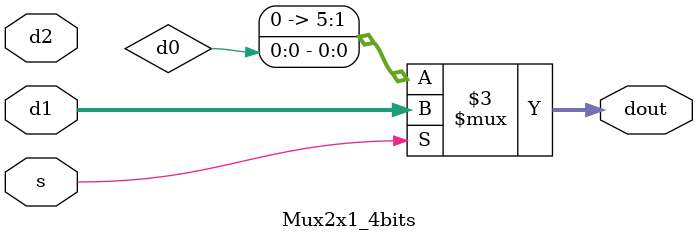
<source format=v>
`timescale 1ns / 1ps


module Mux2x1_4bits(
    input s,
    input [5:0] d1,
    input [5:0] d2,
    output [5:0] dout
    );
    assign dout = (s == 1'b0) ? d0 : d1;
endmodule

</source>
